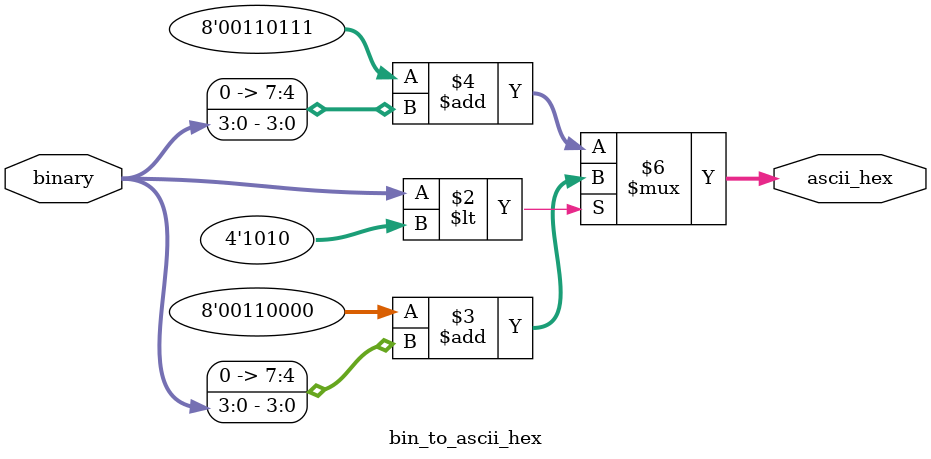
<source format=sv>
module bin_to_ascii_hex (
    input [3:0] binary,
    output logic [7:0] ascii_hex
);

    always_comb begin
        if (binary < 4'd10) ascii_hex = 8'd48 + 8'(binary);
        else                ascii_hex = 8'd55 + 8'(binary); // binary >= 10 == A => d65 + (binary - d10)
    end

endmodule

</source>
